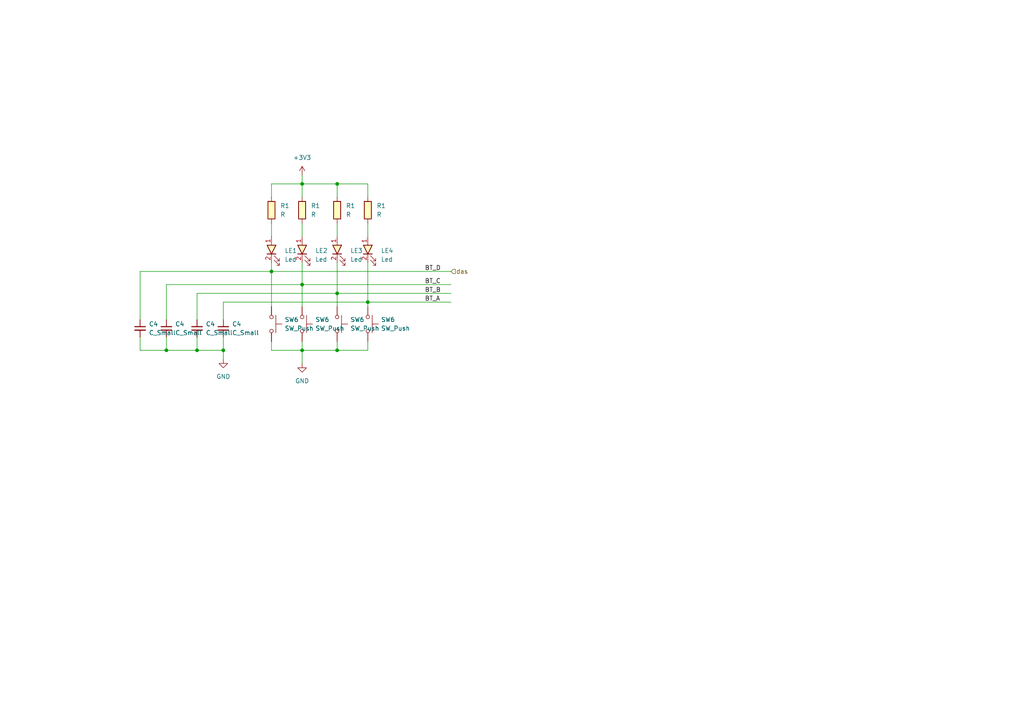
<source format=kicad_sch>
(kicad_sch (version 20230121) (generator eeschema)
  (paper "A4")
  (lib_symbols
    (symbol "IVS_SYMBOLS:C_Small" (pin_numbers hide) (pin_names (offset 0.254) hide)
      (property "Reference" "C" (at 0.254 1.778 0))
      (property "Value" "C_Small" (at 0.254 -2.032 0))
      (symbol "C_Small_0_1"
        (polyline (pts (xy -1.524 -0.508) (xy 1.524 -0.508)) (stroke (width 0.3302)))
        (polyline (pts (xy -1.524 0.508) (xy 1.524 0.508)) (stroke (width 0.3048)))
      )
      (symbol "C_Small_1_1"
        (pin passive line (at 0 2.54 270) (length 2.032) (name "~") (number "1"))
        (pin passive line (at 0 -2.54 90) (length 2.032) (name "~") (number "2"))
      )
    )
    (symbol "IVS_SYMBOLS:Led"
      (property "Reference" "LE" (at 0.508 -2.794 0))
      (property "Value" "Led" (at -0.254 2.794 0))
      (symbol "Led_0_1"
        (polyline (pts (xy 0 -1.27) (xy 0 1.27)) (stroke (width 0.254)))
        (polyline (pts (xy 2.54 -1.27) (xy 2.54 1.27) (xy 0 0) (xy 2.54 -1.27)) (stroke (width 0.254)) (fill (type background)))
        (polyline (pts (xy -1.778 -0.762) (xy -3.302 -2.286) (xy -2.54 -2.286) (xy -3.302 -2.286) (xy -3.302 -1.524)))
        (polyline (pts (xy -0.508 -0.762) (xy -2.032 -2.286) (xy -1.27 -2.286) (xy -2.032 -2.286) (xy -2.032 -1.524)))
      )
      (symbol "Led_1_1"
        (pin passive line (at 5.08 0 180) (length 2.54) (name "") (number "1"))
        (pin passive line (at -2.54 0 0) (length 2.54) (name "") (number "2"))
      )
    )
    (symbol "IVS_SYMBOLS:R" (pin_numbers hide) (pin_names (offset 0))
      (property "Reference" "R" (at 2.032 0 90))
      (property "Value" "R" (at 0 0 90))
      (symbol "R_1_1"
        (rectangle (start -1.016 2.54) (end 1.016 -2.54) (stroke (width 0.254)) (fill (type background)))
        (pin passive line (at 0 3.81 270) (length 1.27) (name "~") (number "1"))
        (pin passive line (at 0 -3.81 90) (length 1.27) (name "~") (number "2"))
      )
    )
    (symbol "IVS_SYMBOLS:SW_Push" (pin_numbers hide) (pin_names (offset 1.016) hide)
      (property "Reference" "SW" (at 1.27 2.54 0))
      (property "Value" "SW_Push" (at 0 -1.524 0))
      (symbol "SW_Push_0_1"
        (circle (center -2.032 0) (radius 0.508))
        (polyline (pts (xy 0 1.27) (xy 0 3.048)))
        (polyline (pts (xy 2.54 1.27) (xy -2.54 1.27)))
        (circle (center 2.032 0) (radius 0.508))
        (pin passive line (at -5.08 0 0) (length 2.54) (name "1") (number "1"))
        (pin passive line (at 5.08 0 180) (length 2.54) (name "2") (number "2"))
      )
    )
    (symbol "power:+3V3" (power) (pin_names (offset 0))
      (property "Value" "+3V3" (at 0 3.556 0))
      (symbol "+3V3_0_1"
        (polyline (pts (xy -0.762 1.27) (xy 0 2.54)))
        (polyline (pts (xy 0 0) (xy 0 2.54)))
        (polyline (pts (xy 0 2.54) (xy 0.762 1.27)))
      )
      (symbol "+3V3_1_1"
        (pin power_in line (at 0 0 90) (length 0) hide (name "+3V3") (number "1"))
      )
    )
    (symbol "power:GND" (power) (pin_names (offset 0))
      (property "Value" "GND" (at 0 -3.81 0))
      (symbol "GND_0_1"
        (polyline (pts (xy 0 0) (xy 0 -1.27) (xy 1.27 -1.27) (xy 0 -2.54) (xy -1.27 -1.27) (xy 0 -1.27)))
      )
      (symbol "GND_1_1"
        (pin power_in line (at 0 0 270) (length 0) hide (name "GND") (number "1"))
      )
    )
  )
  (junction (at 97.79 53.34))
  (junction (at 87.63 53.34))
  (junction (at 78.74 78.74))
  (junction (at 106.68 87.63))
  (junction (at 97.79 101.6))
  (junction (at 87.63 82.55))
  (junction (at 64.77 101.6))
  (junction (at 57.15 101.6))
  (junction (at 87.63 101.6))
  (junction (at 97.79 85.09))
  (junction (at 48.26 101.6))
  (wire (pts (xy 97.79 53.34) (xy 97.79 57.15)))
  (wire (pts (xy 48.26 82.55) (xy 87.63 82.55)))
  (wire (pts (xy 48.26 97.79) (xy 48.26 101.6)))
  (wire (pts (xy 87.63 82.55) (xy 87.63 88.9)))
  (wire (pts (xy 97.79 85.09) (xy 97.79 88.9)))
  (wire (pts (xy 97.79 99.06) (xy 97.79 101.6)))
  (wire (pts (xy 78.74 78.74) (xy 130.81 78.74)))
  (wire (pts (xy 40.64 78.74) (xy 78.74 78.74)))
  (wire (pts (xy 57.15 101.6) (xy 64.77 101.6)))
  (wire (pts (xy 57.15 85.09) (xy 57.15 92.71)))
  (wire (pts (xy 40.64 78.74) (xy 40.64 92.71)))
  (wire (pts (xy 78.74 53.34) (xy 87.63 53.34)))
  (wire (pts (xy 64.77 97.79) (xy 64.77 101.6)))
  (wire (pts (xy 106.68 87.63) (xy 130.81 87.63)))
  (wire (pts (xy 87.63 99.06) (xy 87.63 101.6)))
  (wire (pts (xy 78.74 64.77) (xy 78.74 68.58)))
  (wire (pts (xy 64.77 87.63) (xy 64.77 92.71)))
  (wire (pts (xy 106.68 87.63) (xy 106.68 88.9)))
  (wire (pts (xy 106.68 76.2) (xy 106.68 87.63)))
  (wire (pts (xy 97.79 53.34) (xy 106.68 53.34)))
  (wire (pts (xy 78.74 57.15) (xy 78.74 53.34)))
  (wire (pts (xy 106.68 53.34) (xy 106.68 57.15)))
  (wire (pts (xy 97.79 64.77) (xy 97.79 68.58)))
  (wire (pts (xy 97.79 76.2) (xy 97.79 85.09)))
  (wire (pts (xy 78.74 78.74) (xy 78.74 88.9)))
  (wire (pts (xy 106.68 99.06) (xy 106.68 101.6)))
  (wire (pts (xy 64.77 101.6) (xy 64.77 104.14)))
  (wire (pts (xy 106.68 64.77) (xy 106.68 68.58)))
  (wire (pts (xy 87.63 101.6) (xy 87.63 105.41)))
  (wire (pts (xy 87.63 53.34) (xy 87.63 57.15)))
  (wire (pts (xy 40.64 97.79) (xy 40.64 101.6)))
  (wire (pts (xy 57.15 85.09) (xy 97.79 85.09)))
  (wire (pts (xy 87.63 76.2) (xy 87.63 82.55)))
  (wire (pts (xy 87.63 101.6) (xy 97.79 101.6)))
  (wire (pts (xy 78.74 101.6) (xy 87.63 101.6)))
  (wire (pts (xy 87.63 50.8) (xy 87.63 53.34)))
  (wire (pts (xy 48.26 82.55) (xy 48.26 92.71)))
  (wire (pts (xy 87.63 53.34) (xy 97.79 53.34)))
  (wire (pts (xy 87.63 64.77) (xy 87.63 68.58)))
  (wire (pts (xy 97.79 85.09) (xy 130.81 85.09)))
  (wire (pts (xy 78.74 76.2) (xy 78.74 78.74)))
  (wire (pts (xy 106.68 101.6) (xy 97.79 101.6)))
  (wire (pts (xy 87.63 82.55) (xy 130.81 82.55)))
  (wire (pts (xy 40.64 101.6) (xy 48.26 101.6)))
  (wire (pts (xy 48.26 101.6) (xy 57.15 101.6)))
  (wire (pts (xy 78.74 99.06) (xy 78.74 101.6)))
  (wire (pts (xy 57.15 97.79) (xy 57.15 101.6)))
  (wire (pts (xy 64.77 87.63) (xy 106.68 87.63)))
  (label "BT_D" (at 123.19 78.74 0))
  (label "BT_C" (at 123.19 82.55 0))
  (label "BT_B" (at 123.19 85.09 0))
  (label "BT_A" (at 123.19 87.63 0))
  (hierarchical_label "das" (shape input) (at 130.81 78.74 0))
  (symbol (lib_id "IVS_SYMBOLS:C_Small") (at 64.77 95.25 0) (unit 1)
    (property "Reference" "C4" (at 67.31 93.9863 0) (effects (justify left)))
    (property "Value" "C_Small" (at 67.31 96.5263 0) (effects (justify left)))
    (instances (project "nodeVote" (path "" (reference "C4") (unit 1)) (path "" (reference "C6") (unit 1))))
  )
  (symbol (lib_id "IVS_SYMBOLS:Led") (at 97.79 73.66 90) (unit 1)
    (property "Reference" "LE3" (at 101.6 72.7075 90) (effects (justify right)))
    (property "Value" "Led" (at 101.6 75.2475 90) (effects (justify right)))
  )
  (symbol (lib_id "IVS_SYMBOLS:Led") (at 106.68 73.66 90) (unit 1)
    (property "Reference" "LE4" (at 110.49 72.7075 90) (effects (justify right)))
    (property "Value" "Led" (at 110.49 75.2475 90) (effects (justify right)))
  )
  (symbol (lib_id "IVS_SYMBOLS:SW_Push") (at 106.68 93.98 270) (unit 1)
    (property "Reference" "SW6" (at 110.49 92.71 90) (effects (justify left)))
    (property "Value" "SW_Push" (at 110.49 95.25 90) (effects (justify left)))
    (instances (project "nodeVote" (path "" (reference "SW6") (unit 1)) (path "" (reference "SW4") (unit 1))))
  )
  (symbol (lib_id "IVS_SYMBOLS:R") (at 87.63 60.96 0) (unit 1)
    (property "Reference" "R1" (at 90.17 59.69 0) (effects (justify left)))
    (property "Value" "R" (at 90.17 62.23 0) (effects (justify left)))
    (instances (project "nodeVote" (path "" (reference "R1") (unit 1)) (path "" (reference "R5") (unit 1))))
  )
  (symbol (lib_id "IVS_SYMBOLS:SW_Push") (at 87.63 93.98 270) (unit 1)
    (property "Reference" "SW6" (at 91.44 92.71 90) (effects (justify left)))
    (property "Value" "SW_Push" (at 91.44 95.25 90) (effects (justify left)))
    (instances (project "nodeVote" (path "" (reference "SW6") (unit 1)) (path "" (reference "SW2") (unit 1))))
  )
  (symbol (lib_id "IVS_SYMBOLS:Led") (at 87.63 73.66 90) (unit 1)
    (property "Reference" "LE2" (at 91.44 72.7075 90) (effects (justify right)))
    (property "Value" "Led" (at 91.44 75.2475 90) (effects (justify right)))
  )
  (symbol (lib_id "IVS_SYMBOLS:C_Small") (at 40.64 95.25 0) (unit 1)
    (property "Reference" "C4" (at 43.18 93.9863 0) (effects (justify left)))
    (property "Value" "C_Small" (at 43.18 96.5263 0) (effects (justify left)))
    (instances (project "nodeVote" (path "" (reference "C4") (unit 1)) (path "" (reference "C2") (unit 1))))
  )
  (symbol (lib_id "IVS_SYMBOLS:R") (at 78.74 60.96 0) (unit 1)
    (property "Reference" "R1" (at 81.28 59.69 0) (effects (justify left)))
    (property "Value" "R" (at 81.28 62.23 0) (effects (justify left)))
    (instances (project "nodeVote" (path "" (reference "R1") (unit 1)) (path "" (reference "R9") (unit 1))))
  )
  (symbol (lib_id "IVS_SYMBOLS:Led") (at 78.74 73.66 90) (unit 1)
    (property "Reference" "LE1" (at 82.55 72.7075 90) (effects (justify right)))
    (property "Value" "Led" (at 82.55 75.2475 90) (effects (justify right)))
  )
  (symbol (lib_id "IVS_SYMBOLS:SW_Push") (at 97.79 93.98 270) (unit 1)
    (property "Reference" "SW6" (at 101.6 92.71 90) (effects (justify left)))
    (property "Value" "SW_Push" (at 101.6 95.25 90) (effects (justify left)))
    (instances (project "nodeVote" (path "" (reference "SW6") (unit 1)) (path "" (reference "SW3") (unit 1))))
  )
  (symbol (lib_id "power:+3V3") (at 87.63 50.8 0) (unit 1)
    (property "Reference" "#PWR013" (effects hide))
    (property "Value" "+3V3" (at 87.63 45.72 0))
  )
  (symbol (lib_id "IVS_SYMBOLS:R") (at 106.68 60.96 0) (unit 1)
    (property "Reference" "R1" (at 109.22 59.69 0) (effects (justify left)))
    (property "Value" "R" (at 109.22 62.23 0) (effects (justify left)))
    (instances (project "nodeVote" (path "" (reference "R1") (unit 1)) (path "" (reference "R7") (unit 1))))
  )
  (symbol (lib_id "IVS_SYMBOLS:C_Small") (at 48.26 95.25 0) (unit 1)
    (property "Reference" "C4" (at 50.8 93.9863 0) (effects (justify left)))
    (property "Value" "C_Small" (at 50.8 96.5263 0) (effects (justify left)))
    (instances (project "nodeVote" (path "" (reference "C4") (unit 1)) (path "" (reference "C3") (unit 1))))
  )
  (symbol (lib_id "IVS_SYMBOLS:SW_Push") (at 78.74 93.98 270) (unit 1)
    (property "Reference" "SW6" (at 82.55 92.71 90) (effects (justify left)))
    (property "Value" "SW_Push" (at 82.55 95.25 90) (effects (justify left)))
    (instances (project "nodeVote" (path "" (reference "SW6") (unit 1)) (path "" (reference "SW1") (unit 1))))
  )
  (symbol (lib_id "IVS_SYMBOLS:R") (at 97.79 60.96 0) (unit 1)
    (property "Reference" "R1" (at 100.33 59.69 0) (effects (justify left)))
    (property "Value" "R" (at 100.33 62.23 0) (effects (justify left)))
    (instances (project "nodeVote" (path "" (reference "R1") (unit 1)) (path "" (reference "R6") (unit 1))))
  )
  (symbol (lib_id "power:GND") (at 87.63 105.41 0) (unit 1)
    (property "Reference" "#PWR011" (effects hide))
    (property "Value" "GND" (at 87.63 110.49 0))
  )
  (symbol (lib_id "power:GND") (at 64.77 104.14 0) (unit 1)
    (property "Reference" "#PWR012" (effects hide))
    (property "Value" "GND" (at 64.77 109.22 0))
  )
  (symbol (lib_id "IVS_SYMBOLS:C_Small") (at 57.15 95.25 0) (unit 1)
    (property "Reference" "C4" (at 59.69 93.9863 0) (effects (justify left)))
    (property "Value" "C_Small" (at 59.69 96.5263 0) (effects (justify left)))
    (instances (project "nodeVote" (path "" (reference "C4") (unit 1)) (path "" (reference "C5") (unit 1))))
  )
)
</source>
